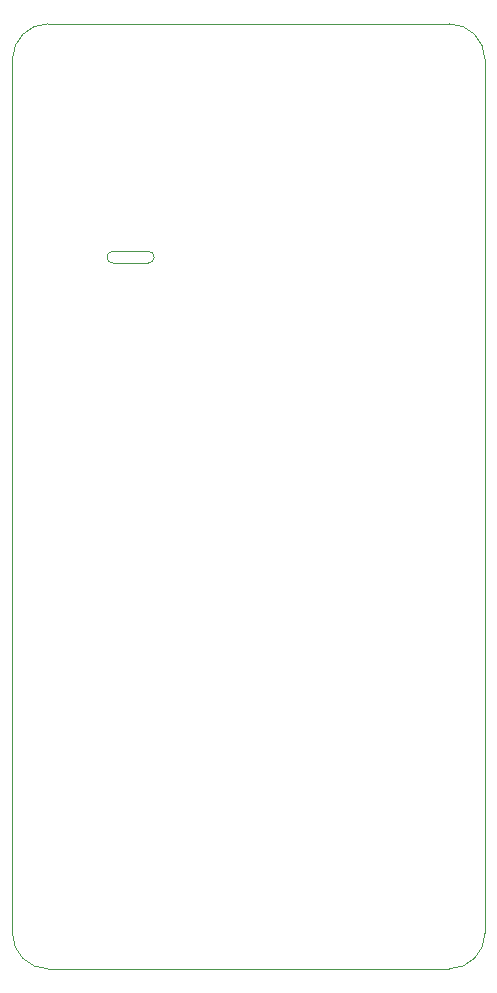
<source format=gbr>
%TF.GenerationSoftware,KiCad,Pcbnew,(5.1.10)-1*%
%TF.CreationDate,2021-10-19T08:52:40+02:00*%
%TF.ProjectId,EspOptoProg,4573704f-7074-46f5-9072-6f672e6b6963,rev?*%
%TF.SameCoordinates,Original*%
%TF.FileFunction,Profile,NP*%
%FSLAX46Y46*%
G04 Gerber Fmt 4.6, Leading zero omitted, Abs format (unit mm)*
G04 Created by KiCad (PCBNEW (5.1.10)-1) date 2021-10-19 08:52:40*
%MOMM*%
%LPD*%
G01*
G04 APERTURE LIST*
%TA.AperFunction,Profile*%
%ADD10C,0.100000*%
%TD*%
G04 APERTURE END LIST*
D10*
X40000000Y3000000D02*
G75*
G02*
X37000000Y0I-3000000J0D01*
G01*
X3000000Y0D02*
G75*
G02*
X0Y3000000I0J3000000D01*
G01*
X0Y77000000D02*
G75*
G02*
X3000000Y80000000I3000000J0D01*
G01*
X37000000Y80000000D02*
G75*
G02*
X40000000Y77000000I0J-3000000D01*
G01*
X11500000Y60750000D02*
G75*
G02*
X11500000Y59750000I0J-500000D01*
G01*
X8500000Y59750000D02*
G75*
G02*
X8500000Y60750000I0J500000D01*
G01*
X11500000Y59750000D02*
X8500000Y59750000D01*
X8500000Y60750000D02*
X11500000Y60750000D01*
X40000000Y77000000D02*
X40000000Y3000000D01*
X3000000Y80000000D02*
X37000000Y80000000D01*
X0Y77000000D02*
X0Y3000000D01*
X3000000Y0D02*
X37000000Y0D01*
M02*

</source>
